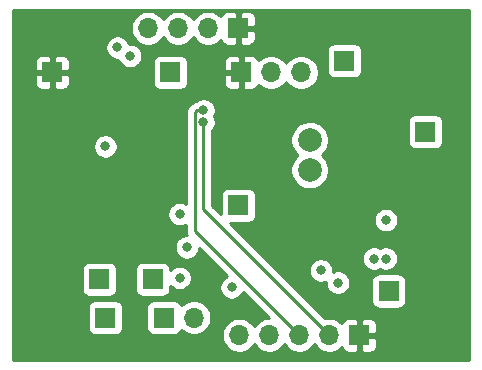
<source format=gbr>
G04 #@! TF.GenerationSoftware,KiCad,Pcbnew,(5.1.5)-3*
G04 #@! TF.CreationDate,2021-01-08T03:31:11-05:00*
G04 #@! TF.ProjectId,EPC611 LIDAR,45504336-3131-4204-9c49-4441522e6b69,rev?*
G04 #@! TF.SameCoordinates,Original*
G04 #@! TF.FileFunction,Copper,L3,Inr*
G04 #@! TF.FilePolarity,Positive*
%FSLAX46Y46*%
G04 Gerber Fmt 4.6, Leading zero omitted, Abs format (unit mm)*
G04 Created by KiCad (PCBNEW (5.1.5)-3) date 2021-01-08 03:31:11*
%MOMM*%
%LPD*%
G04 APERTURE LIST*
%ADD10R,1.700000X1.700000*%
%ADD11O,1.700000X1.700000*%
%ADD12C,2.000000*%
%ADD13C,0.800000*%
%ADD14C,0.250000*%
%ADD15C,0.254000*%
G04 APERTURE END LIST*
D10*
X103000000Y-98000000D03*
X131500000Y-116500000D03*
X127750000Y-97000000D03*
X107500000Y-118750000D03*
X134600000Y-103000000D03*
X118750000Y-109250000D03*
X113000000Y-98000000D03*
X111500000Y-115500000D03*
X107000000Y-115500000D03*
D11*
X115000000Y-118750000D03*
D10*
X112460000Y-118750000D03*
D11*
X124080000Y-98000000D03*
X121540000Y-98000000D03*
D10*
X119000000Y-98000000D03*
D11*
X118840000Y-120250000D03*
X121380000Y-120250000D03*
X123920000Y-120250000D03*
X126460000Y-120250000D03*
D10*
X129000000Y-120250000D03*
D11*
X111130000Y-94250000D03*
X113670000Y-94250000D03*
X116210000Y-94250000D03*
D10*
X118750000Y-94250000D03*
D12*
X124800000Y-106270000D03*
X124800000Y-103730000D03*
D13*
X101400000Y-117200000D03*
X123500000Y-113500000D03*
X129000000Y-111500000D03*
X110500000Y-99000000D03*
X109244999Y-115755001D03*
X135855001Y-108855001D03*
X131250000Y-110500000D03*
X107500000Y-104250000D03*
X109600000Y-96600000D03*
X118200000Y-116200000D03*
X131250000Y-113750000D03*
X113800000Y-110000000D03*
X108525001Y-95874999D03*
X130250000Y-113750000D03*
X115800000Y-101200000D03*
X115800000Y-102200000D03*
X127200000Y-115800000D03*
X114400000Y-112800000D03*
X125750000Y-114750000D03*
X113800000Y-115400000D03*
D14*
X123070001Y-119400001D02*
X123920000Y-120250000D01*
X115074999Y-111404999D02*
X123070001Y-119400001D01*
X115074999Y-101359316D02*
X115074999Y-111404999D01*
X115234315Y-101200000D02*
X115074999Y-101359316D01*
X115800000Y-101200000D02*
X115234315Y-101200000D01*
X115800000Y-109590000D02*
X115800000Y-102200000D01*
X126460000Y-120250000D02*
X115800000Y-109590000D01*
D15*
G36*
X138315000Y-122315000D02*
G01*
X99685000Y-122315000D01*
X99685000Y-117900000D01*
X106011928Y-117900000D01*
X106011928Y-119600000D01*
X106024188Y-119724482D01*
X106060498Y-119844180D01*
X106119463Y-119954494D01*
X106198815Y-120051185D01*
X106295506Y-120130537D01*
X106405820Y-120189502D01*
X106525518Y-120225812D01*
X106650000Y-120238072D01*
X108350000Y-120238072D01*
X108474482Y-120225812D01*
X108594180Y-120189502D01*
X108704494Y-120130537D01*
X108801185Y-120051185D01*
X108880537Y-119954494D01*
X108939502Y-119844180D01*
X108975812Y-119724482D01*
X108988072Y-119600000D01*
X108988072Y-117900000D01*
X110971928Y-117900000D01*
X110971928Y-119600000D01*
X110984188Y-119724482D01*
X111020498Y-119844180D01*
X111079463Y-119954494D01*
X111158815Y-120051185D01*
X111255506Y-120130537D01*
X111365820Y-120189502D01*
X111485518Y-120225812D01*
X111610000Y-120238072D01*
X113310000Y-120238072D01*
X113434482Y-120225812D01*
X113554180Y-120189502D01*
X113664494Y-120130537D01*
X113761185Y-120051185D01*
X113840537Y-119954494D01*
X113899502Y-119844180D01*
X113921513Y-119771620D01*
X114053368Y-119903475D01*
X114296589Y-120065990D01*
X114566842Y-120177932D01*
X114853740Y-120235000D01*
X115146260Y-120235000D01*
X115433158Y-120177932D01*
X115703411Y-120065990D01*
X115946632Y-119903475D01*
X116153475Y-119696632D01*
X116315990Y-119453411D01*
X116427932Y-119183158D01*
X116485000Y-118896260D01*
X116485000Y-118603740D01*
X116427932Y-118316842D01*
X116315990Y-118046589D01*
X116153475Y-117803368D01*
X115946632Y-117596525D01*
X115703411Y-117434010D01*
X115433158Y-117322068D01*
X115146260Y-117265000D01*
X114853740Y-117265000D01*
X114566842Y-117322068D01*
X114296589Y-117434010D01*
X114053368Y-117596525D01*
X113921513Y-117728380D01*
X113899502Y-117655820D01*
X113840537Y-117545506D01*
X113761185Y-117448815D01*
X113664494Y-117369463D01*
X113554180Y-117310498D01*
X113434482Y-117274188D01*
X113310000Y-117261928D01*
X111610000Y-117261928D01*
X111485518Y-117274188D01*
X111365820Y-117310498D01*
X111255506Y-117369463D01*
X111158815Y-117448815D01*
X111079463Y-117545506D01*
X111020498Y-117655820D01*
X110984188Y-117775518D01*
X110971928Y-117900000D01*
X108988072Y-117900000D01*
X108975812Y-117775518D01*
X108939502Y-117655820D01*
X108880537Y-117545506D01*
X108801185Y-117448815D01*
X108704494Y-117369463D01*
X108594180Y-117310498D01*
X108474482Y-117274188D01*
X108350000Y-117261928D01*
X106650000Y-117261928D01*
X106525518Y-117274188D01*
X106405820Y-117310498D01*
X106295506Y-117369463D01*
X106198815Y-117448815D01*
X106119463Y-117545506D01*
X106060498Y-117655820D01*
X106024188Y-117775518D01*
X106011928Y-117900000D01*
X99685000Y-117900000D01*
X99685000Y-114650000D01*
X105511928Y-114650000D01*
X105511928Y-116350000D01*
X105524188Y-116474482D01*
X105560498Y-116594180D01*
X105619463Y-116704494D01*
X105698815Y-116801185D01*
X105795506Y-116880537D01*
X105905820Y-116939502D01*
X106025518Y-116975812D01*
X106150000Y-116988072D01*
X107850000Y-116988072D01*
X107974482Y-116975812D01*
X108094180Y-116939502D01*
X108204494Y-116880537D01*
X108301185Y-116801185D01*
X108380537Y-116704494D01*
X108439502Y-116594180D01*
X108475812Y-116474482D01*
X108488072Y-116350000D01*
X108488072Y-114650000D01*
X110011928Y-114650000D01*
X110011928Y-116350000D01*
X110024188Y-116474482D01*
X110060498Y-116594180D01*
X110119463Y-116704494D01*
X110198815Y-116801185D01*
X110295506Y-116880537D01*
X110405820Y-116939502D01*
X110525518Y-116975812D01*
X110650000Y-116988072D01*
X112350000Y-116988072D01*
X112474482Y-116975812D01*
X112594180Y-116939502D01*
X112704494Y-116880537D01*
X112801185Y-116801185D01*
X112880537Y-116704494D01*
X112939502Y-116594180D01*
X112975812Y-116474482D01*
X112988072Y-116350000D01*
X112988072Y-116047815D01*
X112996063Y-116059774D01*
X113140226Y-116203937D01*
X113309744Y-116317205D01*
X113498102Y-116395226D01*
X113698061Y-116435000D01*
X113901939Y-116435000D01*
X114101898Y-116395226D01*
X114290256Y-116317205D01*
X114459774Y-116203937D01*
X114603937Y-116059774D01*
X114717205Y-115890256D01*
X114795226Y-115701898D01*
X114835000Y-115501939D01*
X114835000Y-115298061D01*
X114795226Y-115098102D01*
X114717205Y-114909744D01*
X114603937Y-114740226D01*
X114459774Y-114596063D01*
X114290256Y-114482795D01*
X114101898Y-114404774D01*
X113901939Y-114365000D01*
X113698061Y-114365000D01*
X113498102Y-114404774D01*
X113309744Y-114482795D01*
X113140226Y-114596063D01*
X112996063Y-114740226D01*
X112988072Y-114752185D01*
X112988072Y-114650000D01*
X112975812Y-114525518D01*
X112939502Y-114405820D01*
X112880537Y-114295506D01*
X112801185Y-114198815D01*
X112704494Y-114119463D01*
X112594180Y-114060498D01*
X112474482Y-114024188D01*
X112350000Y-114011928D01*
X110650000Y-114011928D01*
X110525518Y-114024188D01*
X110405820Y-114060498D01*
X110295506Y-114119463D01*
X110198815Y-114198815D01*
X110119463Y-114295506D01*
X110060498Y-114405820D01*
X110024188Y-114525518D01*
X110011928Y-114650000D01*
X108488072Y-114650000D01*
X108475812Y-114525518D01*
X108439502Y-114405820D01*
X108380537Y-114295506D01*
X108301185Y-114198815D01*
X108204494Y-114119463D01*
X108094180Y-114060498D01*
X107974482Y-114024188D01*
X107850000Y-114011928D01*
X106150000Y-114011928D01*
X106025518Y-114024188D01*
X105905820Y-114060498D01*
X105795506Y-114119463D01*
X105698815Y-114198815D01*
X105619463Y-114295506D01*
X105560498Y-114405820D01*
X105524188Y-114525518D01*
X105511928Y-114650000D01*
X99685000Y-114650000D01*
X99685000Y-109898061D01*
X112765000Y-109898061D01*
X112765000Y-110101939D01*
X112804774Y-110301898D01*
X112882795Y-110490256D01*
X112996063Y-110659774D01*
X113140226Y-110803937D01*
X113309744Y-110917205D01*
X113498102Y-110995226D01*
X113698061Y-111035000D01*
X113901939Y-111035000D01*
X114101898Y-110995226D01*
X114290256Y-110917205D01*
X114315000Y-110900672D01*
X114315000Y-111367667D01*
X114311323Y-111404999D01*
X114325997Y-111553984D01*
X114369453Y-111697245D01*
X114405669Y-111765000D01*
X114298061Y-111765000D01*
X114098102Y-111804774D01*
X113909744Y-111882795D01*
X113740226Y-111996063D01*
X113596063Y-112140226D01*
X113482795Y-112309744D01*
X113404774Y-112498102D01*
X113365000Y-112698061D01*
X113365000Y-112901939D01*
X113404774Y-113101898D01*
X113482795Y-113290256D01*
X113596063Y-113459774D01*
X113740226Y-113603937D01*
X113909744Y-113717205D01*
X114098102Y-113795226D01*
X114298061Y-113835000D01*
X114501939Y-113835000D01*
X114701898Y-113795226D01*
X114890256Y-113717205D01*
X115059774Y-113603937D01*
X115203937Y-113459774D01*
X115317205Y-113290256D01*
X115395226Y-113101898D01*
X115435000Y-112901939D01*
X115435000Y-112839801D01*
X117828714Y-115233516D01*
X117709744Y-115282795D01*
X117540226Y-115396063D01*
X117396063Y-115540226D01*
X117282795Y-115709744D01*
X117204774Y-115898102D01*
X117165000Y-116098061D01*
X117165000Y-116301939D01*
X117204774Y-116501898D01*
X117282795Y-116690256D01*
X117396063Y-116859774D01*
X117540226Y-117003937D01*
X117709744Y-117117205D01*
X117898102Y-117195226D01*
X118098061Y-117235000D01*
X118301939Y-117235000D01*
X118501898Y-117195226D01*
X118690256Y-117117205D01*
X118859774Y-117003937D01*
X119003937Y-116859774D01*
X119117205Y-116690256D01*
X119166484Y-116571286D01*
X121360198Y-118765000D01*
X121233740Y-118765000D01*
X120946842Y-118822068D01*
X120676589Y-118934010D01*
X120433368Y-119096525D01*
X120226525Y-119303368D01*
X120110000Y-119477760D01*
X119993475Y-119303368D01*
X119786632Y-119096525D01*
X119543411Y-118934010D01*
X119273158Y-118822068D01*
X118986260Y-118765000D01*
X118693740Y-118765000D01*
X118406842Y-118822068D01*
X118136589Y-118934010D01*
X117893368Y-119096525D01*
X117686525Y-119303368D01*
X117524010Y-119546589D01*
X117412068Y-119816842D01*
X117355000Y-120103740D01*
X117355000Y-120396260D01*
X117412068Y-120683158D01*
X117524010Y-120953411D01*
X117686525Y-121196632D01*
X117893368Y-121403475D01*
X118136589Y-121565990D01*
X118406842Y-121677932D01*
X118693740Y-121735000D01*
X118986260Y-121735000D01*
X119273158Y-121677932D01*
X119543411Y-121565990D01*
X119786632Y-121403475D01*
X119993475Y-121196632D01*
X120110000Y-121022240D01*
X120226525Y-121196632D01*
X120433368Y-121403475D01*
X120676589Y-121565990D01*
X120946842Y-121677932D01*
X121233740Y-121735000D01*
X121526260Y-121735000D01*
X121813158Y-121677932D01*
X122083411Y-121565990D01*
X122326632Y-121403475D01*
X122533475Y-121196632D01*
X122650000Y-121022240D01*
X122766525Y-121196632D01*
X122973368Y-121403475D01*
X123216589Y-121565990D01*
X123486842Y-121677932D01*
X123773740Y-121735000D01*
X124066260Y-121735000D01*
X124353158Y-121677932D01*
X124623411Y-121565990D01*
X124866632Y-121403475D01*
X125073475Y-121196632D01*
X125190000Y-121022240D01*
X125306525Y-121196632D01*
X125513368Y-121403475D01*
X125756589Y-121565990D01*
X126026842Y-121677932D01*
X126313740Y-121735000D01*
X126606260Y-121735000D01*
X126893158Y-121677932D01*
X127163411Y-121565990D01*
X127406632Y-121403475D01*
X127538487Y-121271620D01*
X127560498Y-121344180D01*
X127619463Y-121454494D01*
X127698815Y-121551185D01*
X127795506Y-121630537D01*
X127905820Y-121689502D01*
X128025518Y-121725812D01*
X128150000Y-121738072D01*
X128714250Y-121735000D01*
X128873000Y-121576250D01*
X128873000Y-120377000D01*
X129127000Y-120377000D01*
X129127000Y-121576250D01*
X129285750Y-121735000D01*
X129850000Y-121738072D01*
X129974482Y-121725812D01*
X130094180Y-121689502D01*
X130204494Y-121630537D01*
X130301185Y-121551185D01*
X130380537Y-121454494D01*
X130439502Y-121344180D01*
X130475812Y-121224482D01*
X130488072Y-121100000D01*
X130485000Y-120535750D01*
X130326250Y-120377000D01*
X129127000Y-120377000D01*
X128873000Y-120377000D01*
X128853000Y-120377000D01*
X128853000Y-120123000D01*
X128873000Y-120123000D01*
X128873000Y-118923750D01*
X129127000Y-118923750D01*
X129127000Y-120123000D01*
X130326250Y-120123000D01*
X130485000Y-119964250D01*
X130488072Y-119400000D01*
X130475812Y-119275518D01*
X130439502Y-119155820D01*
X130380537Y-119045506D01*
X130301185Y-118948815D01*
X130204494Y-118869463D01*
X130094180Y-118810498D01*
X129974482Y-118774188D01*
X129850000Y-118761928D01*
X129285750Y-118765000D01*
X129127000Y-118923750D01*
X128873000Y-118923750D01*
X128714250Y-118765000D01*
X128150000Y-118761928D01*
X128025518Y-118774188D01*
X127905820Y-118810498D01*
X127795506Y-118869463D01*
X127698815Y-118948815D01*
X127619463Y-119045506D01*
X127560498Y-119155820D01*
X127538487Y-119228380D01*
X127406632Y-119096525D01*
X127163411Y-118934010D01*
X126893158Y-118822068D01*
X126606260Y-118765000D01*
X126313740Y-118765000D01*
X126093592Y-118808790D01*
X121932863Y-114648061D01*
X124715000Y-114648061D01*
X124715000Y-114851939D01*
X124754774Y-115051898D01*
X124832795Y-115240256D01*
X124946063Y-115409774D01*
X125090226Y-115553937D01*
X125259744Y-115667205D01*
X125448102Y-115745226D01*
X125648061Y-115785000D01*
X125851939Y-115785000D01*
X126051898Y-115745226D01*
X126165000Y-115698377D01*
X126165000Y-115901939D01*
X126204774Y-116101898D01*
X126282795Y-116290256D01*
X126396063Y-116459774D01*
X126540226Y-116603937D01*
X126709744Y-116717205D01*
X126898102Y-116795226D01*
X127098061Y-116835000D01*
X127301939Y-116835000D01*
X127501898Y-116795226D01*
X127690256Y-116717205D01*
X127859774Y-116603937D01*
X128003937Y-116459774D01*
X128117205Y-116290256D01*
X128195226Y-116101898D01*
X128235000Y-115901939D01*
X128235000Y-115698061D01*
X128225441Y-115650000D01*
X130011928Y-115650000D01*
X130011928Y-117350000D01*
X130024188Y-117474482D01*
X130060498Y-117594180D01*
X130119463Y-117704494D01*
X130198815Y-117801185D01*
X130295506Y-117880537D01*
X130405820Y-117939502D01*
X130525518Y-117975812D01*
X130650000Y-117988072D01*
X132350000Y-117988072D01*
X132474482Y-117975812D01*
X132594180Y-117939502D01*
X132704494Y-117880537D01*
X132801185Y-117801185D01*
X132880537Y-117704494D01*
X132939502Y-117594180D01*
X132975812Y-117474482D01*
X132988072Y-117350000D01*
X132988072Y-115650000D01*
X132975812Y-115525518D01*
X132939502Y-115405820D01*
X132880537Y-115295506D01*
X132801185Y-115198815D01*
X132704494Y-115119463D01*
X132594180Y-115060498D01*
X132474482Y-115024188D01*
X132350000Y-115011928D01*
X130650000Y-115011928D01*
X130525518Y-115024188D01*
X130405820Y-115060498D01*
X130295506Y-115119463D01*
X130198815Y-115198815D01*
X130119463Y-115295506D01*
X130060498Y-115405820D01*
X130024188Y-115525518D01*
X130011928Y-115650000D01*
X128225441Y-115650000D01*
X128195226Y-115498102D01*
X128117205Y-115309744D01*
X128003937Y-115140226D01*
X127859774Y-114996063D01*
X127690256Y-114882795D01*
X127501898Y-114804774D01*
X127301939Y-114765000D01*
X127098061Y-114765000D01*
X126898102Y-114804774D01*
X126785000Y-114851623D01*
X126785000Y-114648061D01*
X126745226Y-114448102D01*
X126667205Y-114259744D01*
X126553937Y-114090226D01*
X126409774Y-113946063D01*
X126240256Y-113832795D01*
X126051898Y-113754774D01*
X125851939Y-113715000D01*
X125648061Y-113715000D01*
X125448102Y-113754774D01*
X125259744Y-113832795D01*
X125090226Y-113946063D01*
X124946063Y-114090226D01*
X124832795Y-114259744D01*
X124754774Y-114448102D01*
X124715000Y-114648061D01*
X121932863Y-114648061D01*
X120932863Y-113648061D01*
X129215000Y-113648061D01*
X129215000Y-113851939D01*
X129254774Y-114051898D01*
X129332795Y-114240256D01*
X129446063Y-114409774D01*
X129590226Y-114553937D01*
X129759744Y-114667205D01*
X129948102Y-114745226D01*
X130148061Y-114785000D01*
X130351939Y-114785000D01*
X130551898Y-114745226D01*
X130740256Y-114667205D01*
X130750000Y-114660694D01*
X130759744Y-114667205D01*
X130948102Y-114745226D01*
X131148061Y-114785000D01*
X131351939Y-114785000D01*
X131551898Y-114745226D01*
X131740256Y-114667205D01*
X131909774Y-114553937D01*
X132053937Y-114409774D01*
X132167205Y-114240256D01*
X132245226Y-114051898D01*
X132285000Y-113851939D01*
X132285000Y-113648061D01*
X132245226Y-113448102D01*
X132167205Y-113259744D01*
X132053937Y-113090226D01*
X131909774Y-112946063D01*
X131740256Y-112832795D01*
X131551898Y-112754774D01*
X131351939Y-112715000D01*
X131148061Y-112715000D01*
X130948102Y-112754774D01*
X130759744Y-112832795D01*
X130750000Y-112839306D01*
X130740256Y-112832795D01*
X130551898Y-112754774D01*
X130351939Y-112715000D01*
X130148061Y-112715000D01*
X129948102Y-112754774D01*
X129759744Y-112832795D01*
X129590226Y-112946063D01*
X129446063Y-113090226D01*
X129332795Y-113259744D01*
X129254774Y-113448102D01*
X129215000Y-113648061D01*
X120932863Y-113648061D01*
X118022873Y-110738072D01*
X119600000Y-110738072D01*
X119724482Y-110725812D01*
X119844180Y-110689502D01*
X119954494Y-110630537D01*
X120051185Y-110551185D01*
X120130537Y-110454494D01*
X120160701Y-110398061D01*
X130215000Y-110398061D01*
X130215000Y-110601939D01*
X130254774Y-110801898D01*
X130332795Y-110990256D01*
X130446063Y-111159774D01*
X130590226Y-111303937D01*
X130759744Y-111417205D01*
X130948102Y-111495226D01*
X131148061Y-111535000D01*
X131351939Y-111535000D01*
X131551898Y-111495226D01*
X131740256Y-111417205D01*
X131909774Y-111303937D01*
X132053937Y-111159774D01*
X132167205Y-110990256D01*
X132245226Y-110801898D01*
X132285000Y-110601939D01*
X132285000Y-110398061D01*
X132245226Y-110198102D01*
X132167205Y-110009744D01*
X132053937Y-109840226D01*
X131909774Y-109696063D01*
X131740256Y-109582795D01*
X131551898Y-109504774D01*
X131351939Y-109465000D01*
X131148061Y-109465000D01*
X130948102Y-109504774D01*
X130759744Y-109582795D01*
X130590226Y-109696063D01*
X130446063Y-109840226D01*
X130332795Y-110009744D01*
X130254774Y-110198102D01*
X130215000Y-110398061D01*
X120160701Y-110398061D01*
X120189502Y-110344180D01*
X120225812Y-110224482D01*
X120238072Y-110100000D01*
X120238072Y-108400000D01*
X120225812Y-108275518D01*
X120189502Y-108155820D01*
X120130537Y-108045506D01*
X120051185Y-107948815D01*
X119954494Y-107869463D01*
X119844180Y-107810498D01*
X119724482Y-107774188D01*
X119600000Y-107761928D01*
X117900000Y-107761928D01*
X117775518Y-107774188D01*
X117655820Y-107810498D01*
X117545506Y-107869463D01*
X117448815Y-107948815D01*
X117369463Y-108045506D01*
X117310498Y-108155820D01*
X117274188Y-108275518D01*
X117261928Y-108400000D01*
X117261928Y-109977127D01*
X116560000Y-109275199D01*
X116560000Y-103568967D01*
X123165000Y-103568967D01*
X123165000Y-103891033D01*
X123227832Y-104206912D01*
X123351082Y-104504463D01*
X123530013Y-104772252D01*
X123757748Y-104999987D01*
X123757767Y-105000000D01*
X123757748Y-105000013D01*
X123530013Y-105227748D01*
X123351082Y-105495537D01*
X123227832Y-105793088D01*
X123165000Y-106108967D01*
X123165000Y-106431033D01*
X123227832Y-106746912D01*
X123351082Y-107044463D01*
X123530013Y-107312252D01*
X123757748Y-107539987D01*
X124025537Y-107718918D01*
X124323088Y-107842168D01*
X124638967Y-107905000D01*
X124961033Y-107905000D01*
X125276912Y-107842168D01*
X125574463Y-107718918D01*
X125842252Y-107539987D01*
X126069987Y-107312252D01*
X126248918Y-107044463D01*
X126372168Y-106746912D01*
X126435000Y-106431033D01*
X126435000Y-106108967D01*
X126372168Y-105793088D01*
X126248918Y-105495537D01*
X126069987Y-105227748D01*
X125842252Y-105000013D01*
X125842233Y-105000000D01*
X125842252Y-104999987D01*
X126069987Y-104772252D01*
X126248918Y-104504463D01*
X126372168Y-104206912D01*
X126435000Y-103891033D01*
X126435000Y-103568967D01*
X126372168Y-103253088D01*
X126248918Y-102955537D01*
X126069987Y-102687748D01*
X125842252Y-102460013D01*
X125574463Y-102281082D01*
X125276912Y-102157832D01*
X125237538Y-102150000D01*
X133111928Y-102150000D01*
X133111928Y-103850000D01*
X133124188Y-103974482D01*
X133160498Y-104094180D01*
X133219463Y-104204494D01*
X133298815Y-104301185D01*
X133395506Y-104380537D01*
X133505820Y-104439502D01*
X133625518Y-104475812D01*
X133750000Y-104488072D01*
X135450000Y-104488072D01*
X135574482Y-104475812D01*
X135694180Y-104439502D01*
X135804494Y-104380537D01*
X135901185Y-104301185D01*
X135980537Y-104204494D01*
X136039502Y-104094180D01*
X136075812Y-103974482D01*
X136088072Y-103850000D01*
X136088072Y-102150000D01*
X136075812Y-102025518D01*
X136039502Y-101905820D01*
X135980537Y-101795506D01*
X135901185Y-101698815D01*
X135804494Y-101619463D01*
X135694180Y-101560498D01*
X135574482Y-101524188D01*
X135450000Y-101511928D01*
X133750000Y-101511928D01*
X133625518Y-101524188D01*
X133505820Y-101560498D01*
X133395506Y-101619463D01*
X133298815Y-101698815D01*
X133219463Y-101795506D01*
X133160498Y-101905820D01*
X133124188Y-102025518D01*
X133111928Y-102150000D01*
X125237538Y-102150000D01*
X124961033Y-102095000D01*
X124638967Y-102095000D01*
X124323088Y-102157832D01*
X124025537Y-102281082D01*
X123757748Y-102460013D01*
X123530013Y-102687748D01*
X123351082Y-102955537D01*
X123227832Y-103253088D01*
X123165000Y-103568967D01*
X116560000Y-103568967D01*
X116560000Y-102903711D01*
X116603937Y-102859774D01*
X116717205Y-102690256D01*
X116795226Y-102501898D01*
X116835000Y-102301939D01*
X116835000Y-102098061D01*
X116795226Y-101898102D01*
X116717205Y-101709744D01*
X116710694Y-101700000D01*
X116717205Y-101690256D01*
X116795226Y-101501898D01*
X116835000Y-101301939D01*
X116835000Y-101098061D01*
X116795226Y-100898102D01*
X116717205Y-100709744D01*
X116603937Y-100540226D01*
X116459774Y-100396063D01*
X116290256Y-100282795D01*
X116101898Y-100204774D01*
X115901939Y-100165000D01*
X115698061Y-100165000D01*
X115498102Y-100204774D01*
X115309744Y-100282795D01*
X115140226Y-100396063D01*
X115085276Y-100451013D01*
X114942068Y-100494454D01*
X114810039Y-100565026D01*
X114694314Y-100659999D01*
X114670511Y-100689003D01*
X114564002Y-100795512D01*
X114534998Y-100819315D01*
X114479870Y-100886490D01*
X114440025Y-100935040D01*
X114378035Y-101051014D01*
X114369453Y-101067070D01*
X114325996Y-101210331D01*
X114314999Y-101321984D01*
X114314999Y-101321994D01*
X114311323Y-101359316D01*
X114314999Y-101396638D01*
X114315000Y-109099328D01*
X114290256Y-109082795D01*
X114101898Y-109004774D01*
X113901939Y-108965000D01*
X113698061Y-108965000D01*
X113498102Y-109004774D01*
X113309744Y-109082795D01*
X113140226Y-109196063D01*
X112996063Y-109340226D01*
X112882795Y-109509744D01*
X112804774Y-109698102D01*
X112765000Y-109898061D01*
X99685000Y-109898061D01*
X99685000Y-104148061D01*
X106465000Y-104148061D01*
X106465000Y-104351939D01*
X106504774Y-104551898D01*
X106582795Y-104740256D01*
X106696063Y-104909774D01*
X106840226Y-105053937D01*
X107009744Y-105167205D01*
X107198102Y-105245226D01*
X107398061Y-105285000D01*
X107601939Y-105285000D01*
X107801898Y-105245226D01*
X107990256Y-105167205D01*
X108159774Y-105053937D01*
X108303937Y-104909774D01*
X108417205Y-104740256D01*
X108495226Y-104551898D01*
X108535000Y-104351939D01*
X108535000Y-104148061D01*
X108495226Y-103948102D01*
X108417205Y-103759744D01*
X108303937Y-103590226D01*
X108159774Y-103446063D01*
X107990256Y-103332795D01*
X107801898Y-103254774D01*
X107601939Y-103215000D01*
X107398061Y-103215000D01*
X107198102Y-103254774D01*
X107009744Y-103332795D01*
X106840226Y-103446063D01*
X106696063Y-103590226D01*
X106582795Y-103759744D01*
X106504774Y-103948102D01*
X106465000Y-104148061D01*
X99685000Y-104148061D01*
X99685000Y-98850000D01*
X101511928Y-98850000D01*
X101524188Y-98974482D01*
X101560498Y-99094180D01*
X101619463Y-99204494D01*
X101698815Y-99301185D01*
X101795506Y-99380537D01*
X101905820Y-99439502D01*
X102025518Y-99475812D01*
X102150000Y-99488072D01*
X102714250Y-99485000D01*
X102873000Y-99326250D01*
X102873000Y-98127000D01*
X103127000Y-98127000D01*
X103127000Y-99326250D01*
X103285750Y-99485000D01*
X103850000Y-99488072D01*
X103974482Y-99475812D01*
X104094180Y-99439502D01*
X104204494Y-99380537D01*
X104301185Y-99301185D01*
X104380537Y-99204494D01*
X104439502Y-99094180D01*
X104475812Y-98974482D01*
X104488072Y-98850000D01*
X104485000Y-98285750D01*
X104326250Y-98127000D01*
X103127000Y-98127000D01*
X102873000Y-98127000D01*
X101673750Y-98127000D01*
X101515000Y-98285750D01*
X101511928Y-98850000D01*
X99685000Y-98850000D01*
X99685000Y-97150000D01*
X101511928Y-97150000D01*
X101515000Y-97714250D01*
X101673750Y-97873000D01*
X102873000Y-97873000D01*
X102873000Y-96673750D01*
X103127000Y-96673750D01*
X103127000Y-97873000D01*
X104326250Y-97873000D01*
X104485000Y-97714250D01*
X104488072Y-97150000D01*
X104475812Y-97025518D01*
X104439502Y-96905820D01*
X104380537Y-96795506D01*
X104301185Y-96698815D01*
X104204494Y-96619463D01*
X104094180Y-96560498D01*
X103974482Y-96524188D01*
X103850000Y-96511928D01*
X103285750Y-96515000D01*
X103127000Y-96673750D01*
X102873000Y-96673750D01*
X102714250Y-96515000D01*
X102150000Y-96511928D01*
X102025518Y-96524188D01*
X101905820Y-96560498D01*
X101795506Y-96619463D01*
X101698815Y-96698815D01*
X101619463Y-96795506D01*
X101560498Y-96905820D01*
X101524188Y-97025518D01*
X101511928Y-97150000D01*
X99685000Y-97150000D01*
X99685000Y-95773060D01*
X107490001Y-95773060D01*
X107490001Y-95976938D01*
X107529775Y-96176897D01*
X107607796Y-96365255D01*
X107721064Y-96534773D01*
X107865227Y-96678936D01*
X108034745Y-96792204D01*
X108223103Y-96870225D01*
X108423062Y-96909999D01*
X108608130Y-96909999D01*
X108682795Y-97090256D01*
X108796063Y-97259774D01*
X108940226Y-97403937D01*
X109109744Y-97517205D01*
X109298102Y-97595226D01*
X109498061Y-97635000D01*
X109701939Y-97635000D01*
X109901898Y-97595226D01*
X110090256Y-97517205D01*
X110259774Y-97403937D01*
X110403937Y-97259774D01*
X110477285Y-97150000D01*
X111511928Y-97150000D01*
X111511928Y-98850000D01*
X111524188Y-98974482D01*
X111560498Y-99094180D01*
X111619463Y-99204494D01*
X111698815Y-99301185D01*
X111795506Y-99380537D01*
X111905820Y-99439502D01*
X112025518Y-99475812D01*
X112150000Y-99488072D01*
X113850000Y-99488072D01*
X113974482Y-99475812D01*
X114094180Y-99439502D01*
X114204494Y-99380537D01*
X114301185Y-99301185D01*
X114380537Y-99204494D01*
X114439502Y-99094180D01*
X114475812Y-98974482D01*
X114488072Y-98850000D01*
X117511928Y-98850000D01*
X117524188Y-98974482D01*
X117560498Y-99094180D01*
X117619463Y-99204494D01*
X117698815Y-99301185D01*
X117795506Y-99380537D01*
X117905820Y-99439502D01*
X118025518Y-99475812D01*
X118150000Y-99488072D01*
X118714250Y-99485000D01*
X118873000Y-99326250D01*
X118873000Y-98127000D01*
X117673750Y-98127000D01*
X117515000Y-98285750D01*
X117511928Y-98850000D01*
X114488072Y-98850000D01*
X114488072Y-97150000D01*
X117511928Y-97150000D01*
X117515000Y-97714250D01*
X117673750Y-97873000D01*
X118873000Y-97873000D01*
X118873000Y-96673750D01*
X119127000Y-96673750D01*
X119127000Y-97873000D01*
X119147000Y-97873000D01*
X119147000Y-98127000D01*
X119127000Y-98127000D01*
X119127000Y-99326250D01*
X119285750Y-99485000D01*
X119850000Y-99488072D01*
X119974482Y-99475812D01*
X120094180Y-99439502D01*
X120204494Y-99380537D01*
X120301185Y-99301185D01*
X120380537Y-99204494D01*
X120439502Y-99094180D01*
X120461513Y-99021620D01*
X120593368Y-99153475D01*
X120836589Y-99315990D01*
X121106842Y-99427932D01*
X121393740Y-99485000D01*
X121686260Y-99485000D01*
X121973158Y-99427932D01*
X122243411Y-99315990D01*
X122486632Y-99153475D01*
X122693475Y-98946632D01*
X122810000Y-98772240D01*
X122926525Y-98946632D01*
X123133368Y-99153475D01*
X123376589Y-99315990D01*
X123646842Y-99427932D01*
X123933740Y-99485000D01*
X124226260Y-99485000D01*
X124513158Y-99427932D01*
X124783411Y-99315990D01*
X125026632Y-99153475D01*
X125233475Y-98946632D01*
X125395990Y-98703411D01*
X125507932Y-98433158D01*
X125565000Y-98146260D01*
X125565000Y-97853740D01*
X125507932Y-97566842D01*
X125395990Y-97296589D01*
X125233475Y-97053368D01*
X125026632Y-96846525D01*
X124783411Y-96684010D01*
X124513158Y-96572068D01*
X124226260Y-96515000D01*
X123933740Y-96515000D01*
X123646842Y-96572068D01*
X123376589Y-96684010D01*
X123133368Y-96846525D01*
X122926525Y-97053368D01*
X122810000Y-97227760D01*
X122693475Y-97053368D01*
X122486632Y-96846525D01*
X122243411Y-96684010D01*
X121973158Y-96572068D01*
X121686260Y-96515000D01*
X121393740Y-96515000D01*
X121106842Y-96572068D01*
X120836589Y-96684010D01*
X120593368Y-96846525D01*
X120461513Y-96978380D01*
X120439502Y-96905820D01*
X120380537Y-96795506D01*
X120301185Y-96698815D01*
X120204494Y-96619463D01*
X120094180Y-96560498D01*
X119974482Y-96524188D01*
X119850000Y-96511928D01*
X119285750Y-96515000D01*
X119127000Y-96673750D01*
X118873000Y-96673750D01*
X118714250Y-96515000D01*
X118150000Y-96511928D01*
X118025518Y-96524188D01*
X117905820Y-96560498D01*
X117795506Y-96619463D01*
X117698815Y-96698815D01*
X117619463Y-96795506D01*
X117560498Y-96905820D01*
X117524188Y-97025518D01*
X117511928Y-97150000D01*
X114488072Y-97150000D01*
X114475812Y-97025518D01*
X114439502Y-96905820D01*
X114380537Y-96795506D01*
X114301185Y-96698815D01*
X114204494Y-96619463D01*
X114094180Y-96560498D01*
X113974482Y-96524188D01*
X113850000Y-96511928D01*
X112150000Y-96511928D01*
X112025518Y-96524188D01*
X111905820Y-96560498D01*
X111795506Y-96619463D01*
X111698815Y-96698815D01*
X111619463Y-96795506D01*
X111560498Y-96905820D01*
X111524188Y-97025518D01*
X111511928Y-97150000D01*
X110477285Y-97150000D01*
X110517205Y-97090256D01*
X110595226Y-96901898D01*
X110635000Y-96701939D01*
X110635000Y-96498061D01*
X110595226Y-96298102D01*
X110533880Y-96150000D01*
X126261928Y-96150000D01*
X126261928Y-97850000D01*
X126274188Y-97974482D01*
X126310498Y-98094180D01*
X126369463Y-98204494D01*
X126448815Y-98301185D01*
X126545506Y-98380537D01*
X126655820Y-98439502D01*
X126775518Y-98475812D01*
X126900000Y-98488072D01*
X128600000Y-98488072D01*
X128724482Y-98475812D01*
X128844180Y-98439502D01*
X128954494Y-98380537D01*
X129051185Y-98301185D01*
X129130537Y-98204494D01*
X129189502Y-98094180D01*
X129225812Y-97974482D01*
X129238072Y-97850000D01*
X129238072Y-96150000D01*
X129225812Y-96025518D01*
X129189502Y-95905820D01*
X129130537Y-95795506D01*
X129051185Y-95698815D01*
X128954494Y-95619463D01*
X128844180Y-95560498D01*
X128724482Y-95524188D01*
X128600000Y-95511928D01*
X126900000Y-95511928D01*
X126775518Y-95524188D01*
X126655820Y-95560498D01*
X126545506Y-95619463D01*
X126448815Y-95698815D01*
X126369463Y-95795506D01*
X126310498Y-95905820D01*
X126274188Y-96025518D01*
X126261928Y-96150000D01*
X110533880Y-96150000D01*
X110517205Y-96109744D01*
X110403937Y-95940226D01*
X110259774Y-95796063D01*
X110090256Y-95682795D01*
X109901898Y-95604774D01*
X109701939Y-95565000D01*
X109516871Y-95565000D01*
X109442206Y-95384743D01*
X109328938Y-95215225D01*
X109184775Y-95071062D01*
X109015257Y-94957794D01*
X108826899Y-94879773D01*
X108626940Y-94839999D01*
X108423062Y-94839999D01*
X108223103Y-94879773D01*
X108034745Y-94957794D01*
X107865227Y-95071062D01*
X107721064Y-95215225D01*
X107607796Y-95384743D01*
X107529775Y-95573101D01*
X107490001Y-95773060D01*
X99685000Y-95773060D01*
X99685000Y-94103740D01*
X109645000Y-94103740D01*
X109645000Y-94396260D01*
X109702068Y-94683158D01*
X109814010Y-94953411D01*
X109976525Y-95196632D01*
X110183368Y-95403475D01*
X110426589Y-95565990D01*
X110696842Y-95677932D01*
X110983740Y-95735000D01*
X111276260Y-95735000D01*
X111563158Y-95677932D01*
X111833411Y-95565990D01*
X112076632Y-95403475D01*
X112283475Y-95196632D01*
X112400000Y-95022240D01*
X112516525Y-95196632D01*
X112723368Y-95403475D01*
X112966589Y-95565990D01*
X113236842Y-95677932D01*
X113523740Y-95735000D01*
X113816260Y-95735000D01*
X114103158Y-95677932D01*
X114373411Y-95565990D01*
X114616632Y-95403475D01*
X114823475Y-95196632D01*
X114940000Y-95022240D01*
X115056525Y-95196632D01*
X115263368Y-95403475D01*
X115506589Y-95565990D01*
X115776842Y-95677932D01*
X116063740Y-95735000D01*
X116356260Y-95735000D01*
X116643158Y-95677932D01*
X116913411Y-95565990D01*
X117156632Y-95403475D01*
X117288487Y-95271620D01*
X117310498Y-95344180D01*
X117369463Y-95454494D01*
X117448815Y-95551185D01*
X117545506Y-95630537D01*
X117655820Y-95689502D01*
X117775518Y-95725812D01*
X117900000Y-95738072D01*
X118464250Y-95735000D01*
X118623000Y-95576250D01*
X118623000Y-94377000D01*
X118877000Y-94377000D01*
X118877000Y-95576250D01*
X119035750Y-95735000D01*
X119600000Y-95738072D01*
X119724482Y-95725812D01*
X119844180Y-95689502D01*
X119954494Y-95630537D01*
X120051185Y-95551185D01*
X120130537Y-95454494D01*
X120189502Y-95344180D01*
X120225812Y-95224482D01*
X120238072Y-95100000D01*
X120235000Y-94535750D01*
X120076250Y-94377000D01*
X118877000Y-94377000D01*
X118623000Y-94377000D01*
X118603000Y-94377000D01*
X118603000Y-94123000D01*
X118623000Y-94123000D01*
X118623000Y-92923750D01*
X118877000Y-92923750D01*
X118877000Y-94123000D01*
X120076250Y-94123000D01*
X120235000Y-93964250D01*
X120238072Y-93400000D01*
X120225812Y-93275518D01*
X120189502Y-93155820D01*
X120130537Y-93045506D01*
X120051185Y-92948815D01*
X119954494Y-92869463D01*
X119844180Y-92810498D01*
X119724482Y-92774188D01*
X119600000Y-92761928D01*
X119035750Y-92765000D01*
X118877000Y-92923750D01*
X118623000Y-92923750D01*
X118464250Y-92765000D01*
X117900000Y-92761928D01*
X117775518Y-92774188D01*
X117655820Y-92810498D01*
X117545506Y-92869463D01*
X117448815Y-92948815D01*
X117369463Y-93045506D01*
X117310498Y-93155820D01*
X117288487Y-93228380D01*
X117156632Y-93096525D01*
X116913411Y-92934010D01*
X116643158Y-92822068D01*
X116356260Y-92765000D01*
X116063740Y-92765000D01*
X115776842Y-92822068D01*
X115506589Y-92934010D01*
X115263368Y-93096525D01*
X115056525Y-93303368D01*
X114940000Y-93477760D01*
X114823475Y-93303368D01*
X114616632Y-93096525D01*
X114373411Y-92934010D01*
X114103158Y-92822068D01*
X113816260Y-92765000D01*
X113523740Y-92765000D01*
X113236842Y-92822068D01*
X112966589Y-92934010D01*
X112723368Y-93096525D01*
X112516525Y-93303368D01*
X112400000Y-93477760D01*
X112283475Y-93303368D01*
X112076632Y-93096525D01*
X111833411Y-92934010D01*
X111563158Y-92822068D01*
X111276260Y-92765000D01*
X110983740Y-92765000D01*
X110696842Y-92822068D01*
X110426589Y-92934010D01*
X110183368Y-93096525D01*
X109976525Y-93303368D01*
X109814010Y-93546589D01*
X109702068Y-93816842D01*
X109645000Y-94103740D01*
X99685000Y-94103740D01*
X99685000Y-92685000D01*
X138315001Y-92685000D01*
X138315000Y-122315000D01*
G37*
X138315000Y-122315000D02*
X99685000Y-122315000D01*
X99685000Y-117900000D01*
X106011928Y-117900000D01*
X106011928Y-119600000D01*
X106024188Y-119724482D01*
X106060498Y-119844180D01*
X106119463Y-119954494D01*
X106198815Y-120051185D01*
X106295506Y-120130537D01*
X106405820Y-120189502D01*
X106525518Y-120225812D01*
X106650000Y-120238072D01*
X108350000Y-120238072D01*
X108474482Y-120225812D01*
X108594180Y-120189502D01*
X108704494Y-120130537D01*
X108801185Y-120051185D01*
X108880537Y-119954494D01*
X108939502Y-119844180D01*
X108975812Y-119724482D01*
X108988072Y-119600000D01*
X108988072Y-117900000D01*
X110971928Y-117900000D01*
X110971928Y-119600000D01*
X110984188Y-119724482D01*
X111020498Y-119844180D01*
X111079463Y-119954494D01*
X111158815Y-120051185D01*
X111255506Y-120130537D01*
X111365820Y-120189502D01*
X111485518Y-120225812D01*
X111610000Y-120238072D01*
X113310000Y-120238072D01*
X113434482Y-120225812D01*
X113554180Y-120189502D01*
X113664494Y-120130537D01*
X113761185Y-120051185D01*
X113840537Y-119954494D01*
X113899502Y-119844180D01*
X113921513Y-119771620D01*
X114053368Y-119903475D01*
X114296589Y-120065990D01*
X114566842Y-120177932D01*
X114853740Y-120235000D01*
X115146260Y-120235000D01*
X115433158Y-120177932D01*
X115703411Y-120065990D01*
X115946632Y-119903475D01*
X116153475Y-119696632D01*
X116315990Y-119453411D01*
X116427932Y-119183158D01*
X116485000Y-118896260D01*
X116485000Y-118603740D01*
X116427932Y-118316842D01*
X116315990Y-118046589D01*
X116153475Y-117803368D01*
X115946632Y-117596525D01*
X115703411Y-117434010D01*
X115433158Y-117322068D01*
X115146260Y-117265000D01*
X114853740Y-117265000D01*
X114566842Y-117322068D01*
X114296589Y-117434010D01*
X114053368Y-117596525D01*
X113921513Y-117728380D01*
X113899502Y-117655820D01*
X113840537Y-117545506D01*
X113761185Y-117448815D01*
X113664494Y-117369463D01*
X113554180Y-117310498D01*
X113434482Y-117274188D01*
X113310000Y-117261928D01*
X111610000Y-117261928D01*
X111485518Y-117274188D01*
X111365820Y-117310498D01*
X111255506Y-117369463D01*
X111158815Y-117448815D01*
X111079463Y-117545506D01*
X111020498Y-117655820D01*
X110984188Y-117775518D01*
X110971928Y-117900000D01*
X108988072Y-117900000D01*
X108975812Y-117775518D01*
X108939502Y-117655820D01*
X108880537Y-117545506D01*
X108801185Y-117448815D01*
X108704494Y-117369463D01*
X108594180Y-117310498D01*
X108474482Y-117274188D01*
X108350000Y-117261928D01*
X106650000Y-117261928D01*
X106525518Y-117274188D01*
X106405820Y-117310498D01*
X106295506Y-117369463D01*
X106198815Y-117448815D01*
X106119463Y-117545506D01*
X106060498Y-117655820D01*
X106024188Y-117775518D01*
X106011928Y-117900000D01*
X99685000Y-117900000D01*
X99685000Y-114650000D01*
X105511928Y-114650000D01*
X105511928Y-116350000D01*
X105524188Y-116474482D01*
X105560498Y-116594180D01*
X105619463Y-116704494D01*
X105698815Y-116801185D01*
X105795506Y-116880537D01*
X105905820Y-116939502D01*
X106025518Y-116975812D01*
X106150000Y-116988072D01*
X107850000Y-116988072D01*
X107974482Y-116975812D01*
X108094180Y-116939502D01*
X108204494Y-116880537D01*
X108301185Y-116801185D01*
X108380537Y-116704494D01*
X108439502Y-116594180D01*
X108475812Y-116474482D01*
X108488072Y-116350000D01*
X108488072Y-114650000D01*
X110011928Y-114650000D01*
X110011928Y-116350000D01*
X110024188Y-116474482D01*
X110060498Y-116594180D01*
X110119463Y-116704494D01*
X110198815Y-116801185D01*
X110295506Y-116880537D01*
X110405820Y-116939502D01*
X110525518Y-116975812D01*
X110650000Y-116988072D01*
X112350000Y-116988072D01*
X112474482Y-116975812D01*
X112594180Y-116939502D01*
X112704494Y-116880537D01*
X112801185Y-116801185D01*
X112880537Y-116704494D01*
X112939502Y-116594180D01*
X112975812Y-116474482D01*
X112988072Y-116350000D01*
X112988072Y-116047815D01*
X112996063Y-116059774D01*
X113140226Y-116203937D01*
X113309744Y-116317205D01*
X113498102Y-116395226D01*
X113698061Y-116435000D01*
X113901939Y-116435000D01*
X114101898Y-116395226D01*
X114290256Y-116317205D01*
X114459774Y-116203937D01*
X114603937Y-116059774D01*
X114717205Y-115890256D01*
X114795226Y-115701898D01*
X114835000Y-115501939D01*
X114835000Y-115298061D01*
X114795226Y-115098102D01*
X114717205Y-114909744D01*
X114603937Y-114740226D01*
X114459774Y-114596063D01*
X114290256Y-114482795D01*
X114101898Y-114404774D01*
X113901939Y-114365000D01*
X113698061Y-114365000D01*
X113498102Y-114404774D01*
X113309744Y-114482795D01*
X113140226Y-114596063D01*
X112996063Y-114740226D01*
X112988072Y-114752185D01*
X112988072Y-114650000D01*
X112975812Y-114525518D01*
X112939502Y-114405820D01*
X112880537Y-114295506D01*
X112801185Y-114198815D01*
X112704494Y-114119463D01*
X112594180Y-114060498D01*
X112474482Y-114024188D01*
X112350000Y-114011928D01*
X110650000Y-114011928D01*
X110525518Y-114024188D01*
X110405820Y-114060498D01*
X110295506Y-114119463D01*
X110198815Y-114198815D01*
X110119463Y-114295506D01*
X110060498Y-114405820D01*
X110024188Y-114525518D01*
X110011928Y-114650000D01*
X108488072Y-114650000D01*
X108475812Y-114525518D01*
X108439502Y-114405820D01*
X108380537Y-114295506D01*
X108301185Y-114198815D01*
X108204494Y-114119463D01*
X108094180Y-114060498D01*
X107974482Y-114024188D01*
X107850000Y-114011928D01*
X106150000Y-114011928D01*
X106025518Y-114024188D01*
X105905820Y-114060498D01*
X105795506Y-114119463D01*
X105698815Y-114198815D01*
X105619463Y-114295506D01*
X105560498Y-114405820D01*
X105524188Y-114525518D01*
X105511928Y-114650000D01*
X99685000Y-114650000D01*
X99685000Y-109898061D01*
X112765000Y-109898061D01*
X112765000Y-110101939D01*
X112804774Y-110301898D01*
X112882795Y-110490256D01*
X112996063Y-110659774D01*
X113140226Y-110803937D01*
X113309744Y-110917205D01*
X113498102Y-110995226D01*
X113698061Y-111035000D01*
X113901939Y-111035000D01*
X114101898Y-110995226D01*
X114290256Y-110917205D01*
X114315000Y-110900672D01*
X114315000Y-111367667D01*
X114311323Y-111404999D01*
X114325997Y-111553984D01*
X114369453Y-111697245D01*
X114405669Y-111765000D01*
X114298061Y-111765000D01*
X114098102Y-111804774D01*
X113909744Y-111882795D01*
X113740226Y-111996063D01*
X113596063Y-112140226D01*
X113482795Y-112309744D01*
X113404774Y-112498102D01*
X113365000Y-112698061D01*
X113365000Y-112901939D01*
X113404774Y-113101898D01*
X113482795Y-113290256D01*
X113596063Y-113459774D01*
X113740226Y-113603937D01*
X113909744Y-113717205D01*
X114098102Y-113795226D01*
X114298061Y-113835000D01*
X114501939Y-113835000D01*
X114701898Y-113795226D01*
X114890256Y-113717205D01*
X115059774Y-113603937D01*
X115203937Y-113459774D01*
X115317205Y-113290256D01*
X115395226Y-113101898D01*
X115435000Y-112901939D01*
X115435000Y-112839801D01*
X117828714Y-115233516D01*
X117709744Y-115282795D01*
X117540226Y-115396063D01*
X117396063Y-115540226D01*
X117282795Y-115709744D01*
X117204774Y-115898102D01*
X117165000Y-116098061D01*
X117165000Y-116301939D01*
X117204774Y-116501898D01*
X117282795Y-116690256D01*
X117396063Y-116859774D01*
X117540226Y-117003937D01*
X117709744Y-117117205D01*
X117898102Y-117195226D01*
X118098061Y-117235000D01*
X118301939Y-117235000D01*
X118501898Y-117195226D01*
X118690256Y-117117205D01*
X118859774Y-117003937D01*
X119003937Y-116859774D01*
X119117205Y-116690256D01*
X119166484Y-116571286D01*
X121360198Y-118765000D01*
X121233740Y-118765000D01*
X120946842Y-118822068D01*
X120676589Y-118934010D01*
X120433368Y-119096525D01*
X120226525Y-119303368D01*
X120110000Y-119477760D01*
X119993475Y-119303368D01*
X119786632Y-119096525D01*
X119543411Y-118934010D01*
X119273158Y-118822068D01*
X118986260Y-118765000D01*
X118693740Y-118765000D01*
X118406842Y-118822068D01*
X118136589Y-118934010D01*
X117893368Y-119096525D01*
X117686525Y-119303368D01*
X117524010Y-119546589D01*
X117412068Y-119816842D01*
X117355000Y-120103740D01*
X117355000Y-120396260D01*
X117412068Y-120683158D01*
X117524010Y-120953411D01*
X117686525Y-121196632D01*
X117893368Y-121403475D01*
X118136589Y-121565990D01*
X118406842Y-121677932D01*
X118693740Y-121735000D01*
X118986260Y-121735000D01*
X119273158Y-121677932D01*
X119543411Y-121565990D01*
X119786632Y-121403475D01*
X119993475Y-121196632D01*
X120110000Y-121022240D01*
X120226525Y-121196632D01*
X120433368Y-121403475D01*
X120676589Y-121565990D01*
X120946842Y-121677932D01*
X121233740Y-121735000D01*
X121526260Y-121735000D01*
X121813158Y-121677932D01*
X122083411Y-121565990D01*
X122326632Y-121403475D01*
X122533475Y-121196632D01*
X122650000Y-121022240D01*
X122766525Y-121196632D01*
X122973368Y-121403475D01*
X123216589Y-121565990D01*
X123486842Y-121677932D01*
X123773740Y-121735000D01*
X124066260Y-121735000D01*
X124353158Y-121677932D01*
X124623411Y-121565990D01*
X124866632Y-121403475D01*
X125073475Y-121196632D01*
X125190000Y-121022240D01*
X125306525Y-121196632D01*
X125513368Y-121403475D01*
X125756589Y-121565990D01*
X126026842Y-121677932D01*
X126313740Y-121735000D01*
X126606260Y-121735000D01*
X126893158Y-121677932D01*
X127163411Y-121565990D01*
X127406632Y-121403475D01*
X127538487Y-121271620D01*
X127560498Y-121344180D01*
X127619463Y-121454494D01*
X127698815Y-121551185D01*
X127795506Y-121630537D01*
X127905820Y-121689502D01*
X128025518Y-121725812D01*
X128150000Y-121738072D01*
X128714250Y-121735000D01*
X128873000Y-121576250D01*
X128873000Y-120377000D01*
X129127000Y-120377000D01*
X129127000Y-121576250D01*
X129285750Y-121735000D01*
X129850000Y-121738072D01*
X129974482Y-121725812D01*
X130094180Y-121689502D01*
X130204494Y-121630537D01*
X130301185Y-121551185D01*
X130380537Y-121454494D01*
X130439502Y-121344180D01*
X130475812Y-121224482D01*
X130488072Y-121100000D01*
X130485000Y-120535750D01*
X130326250Y-120377000D01*
X129127000Y-120377000D01*
X128873000Y-120377000D01*
X128853000Y-120377000D01*
X128853000Y-120123000D01*
X128873000Y-120123000D01*
X128873000Y-118923750D01*
X129127000Y-118923750D01*
X129127000Y-120123000D01*
X130326250Y-120123000D01*
X130485000Y-119964250D01*
X130488072Y-119400000D01*
X130475812Y-119275518D01*
X130439502Y-119155820D01*
X130380537Y-119045506D01*
X130301185Y-118948815D01*
X130204494Y-118869463D01*
X130094180Y-118810498D01*
X129974482Y-118774188D01*
X129850000Y-118761928D01*
X129285750Y-118765000D01*
X129127000Y-118923750D01*
X128873000Y-118923750D01*
X128714250Y-118765000D01*
X128150000Y-118761928D01*
X128025518Y-118774188D01*
X127905820Y-118810498D01*
X127795506Y-118869463D01*
X127698815Y-118948815D01*
X127619463Y-119045506D01*
X127560498Y-119155820D01*
X127538487Y-119228380D01*
X127406632Y-119096525D01*
X127163411Y-118934010D01*
X126893158Y-118822068D01*
X126606260Y-118765000D01*
X126313740Y-118765000D01*
X126093592Y-118808790D01*
X121932863Y-114648061D01*
X124715000Y-114648061D01*
X124715000Y-114851939D01*
X124754774Y-115051898D01*
X124832795Y-115240256D01*
X124946063Y-115409774D01*
X125090226Y-115553937D01*
X125259744Y-115667205D01*
X125448102Y-115745226D01*
X125648061Y-115785000D01*
X125851939Y-115785000D01*
X126051898Y-115745226D01*
X126165000Y-115698377D01*
X126165000Y-115901939D01*
X126204774Y-116101898D01*
X126282795Y-116290256D01*
X126396063Y-116459774D01*
X126540226Y-116603937D01*
X126709744Y-116717205D01*
X126898102Y-116795226D01*
X127098061Y-116835000D01*
X127301939Y-116835000D01*
X127501898Y-116795226D01*
X127690256Y-116717205D01*
X127859774Y-116603937D01*
X128003937Y-116459774D01*
X128117205Y-116290256D01*
X128195226Y-116101898D01*
X128235000Y-115901939D01*
X128235000Y-115698061D01*
X128225441Y-115650000D01*
X130011928Y-115650000D01*
X130011928Y-117350000D01*
X130024188Y-117474482D01*
X130060498Y-117594180D01*
X130119463Y-117704494D01*
X130198815Y-117801185D01*
X130295506Y-117880537D01*
X130405820Y-117939502D01*
X130525518Y-117975812D01*
X130650000Y-117988072D01*
X132350000Y-117988072D01*
X132474482Y-117975812D01*
X132594180Y-117939502D01*
X132704494Y-117880537D01*
X132801185Y-117801185D01*
X132880537Y-117704494D01*
X132939502Y-117594180D01*
X132975812Y-117474482D01*
X132988072Y-117350000D01*
X132988072Y-115650000D01*
X132975812Y-115525518D01*
X132939502Y-115405820D01*
X132880537Y-115295506D01*
X132801185Y-115198815D01*
X132704494Y-115119463D01*
X132594180Y-115060498D01*
X132474482Y-115024188D01*
X132350000Y-115011928D01*
X130650000Y-115011928D01*
X130525518Y-115024188D01*
X130405820Y-115060498D01*
X130295506Y-115119463D01*
X130198815Y-115198815D01*
X130119463Y-115295506D01*
X130060498Y-115405820D01*
X130024188Y-115525518D01*
X130011928Y-115650000D01*
X128225441Y-115650000D01*
X128195226Y-115498102D01*
X128117205Y-115309744D01*
X128003937Y-115140226D01*
X127859774Y-114996063D01*
X127690256Y-114882795D01*
X127501898Y-114804774D01*
X127301939Y-114765000D01*
X127098061Y-114765000D01*
X126898102Y-114804774D01*
X126785000Y-114851623D01*
X126785000Y-114648061D01*
X126745226Y-114448102D01*
X126667205Y-114259744D01*
X126553937Y-114090226D01*
X126409774Y-113946063D01*
X126240256Y-113832795D01*
X126051898Y-113754774D01*
X125851939Y-113715000D01*
X125648061Y-113715000D01*
X125448102Y-113754774D01*
X125259744Y-113832795D01*
X125090226Y-113946063D01*
X124946063Y-114090226D01*
X124832795Y-114259744D01*
X124754774Y-114448102D01*
X124715000Y-114648061D01*
X121932863Y-114648061D01*
X120932863Y-113648061D01*
X129215000Y-113648061D01*
X129215000Y-113851939D01*
X129254774Y-114051898D01*
X129332795Y-114240256D01*
X129446063Y-114409774D01*
X129590226Y-114553937D01*
X129759744Y-114667205D01*
X129948102Y-114745226D01*
X130148061Y-114785000D01*
X130351939Y-114785000D01*
X130551898Y-114745226D01*
X130740256Y-114667205D01*
X130750000Y-114660694D01*
X130759744Y-114667205D01*
X130948102Y-114745226D01*
X131148061Y-114785000D01*
X131351939Y-114785000D01*
X131551898Y-114745226D01*
X131740256Y-114667205D01*
X131909774Y-114553937D01*
X132053937Y-114409774D01*
X132167205Y-114240256D01*
X132245226Y-114051898D01*
X132285000Y-113851939D01*
X132285000Y-113648061D01*
X132245226Y-113448102D01*
X132167205Y-113259744D01*
X132053937Y-113090226D01*
X131909774Y-112946063D01*
X131740256Y-112832795D01*
X131551898Y-112754774D01*
X131351939Y-112715000D01*
X131148061Y-112715000D01*
X130948102Y-112754774D01*
X130759744Y-112832795D01*
X130750000Y-112839306D01*
X130740256Y-112832795D01*
X130551898Y-112754774D01*
X130351939Y-112715000D01*
X130148061Y-112715000D01*
X129948102Y-112754774D01*
X129759744Y-112832795D01*
X129590226Y-112946063D01*
X129446063Y-113090226D01*
X129332795Y-113259744D01*
X129254774Y-113448102D01*
X129215000Y-113648061D01*
X120932863Y-113648061D01*
X118022873Y-110738072D01*
X119600000Y-110738072D01*
X119724482Y-110725812D01*
X119844180Y-110689502D01*
X119954494Y-110630537D01*
X120051185Y-110551185D01*
X120130537Y-110454494D01*
X120160701Y-110398061D01*
X130215000Y-110398061D01*
X130215000Y-110601939D01*
X130254774Y-110801898D01*
X130332795Y-110990256D01*
X130446063Y-111159774D01*
X130590226Y-111303937D01*
X130759744Y-111417205D01*
X130948102Y-111495226D01*
X131148061Y-111535000D01*
X131351939Y-111535000D01*
X131551898Y-111495226D01*
X131740256Y-111417205D01*
X131909774Y-111303937D01*
X132053937Y-111159774D01*
X132167205Y-110990256D01*
X132245226Y-110801898D01*
X132285000Y-110601939D01*
X132285000Y-110398061D01*
X132245226Y-110198102D01*
X132167205Y-110009744D01*
X132053937Y-109840226D01*
X131909774Y-109696063D01*
X131740256Y-109582795D01*
X131551898Y-109504774D01*
X131351939Y-109465000D01*
X131148061Y-109465000D01*
X130948102Y-109504774D01*
X130759744Y-109582795D01*
X130590226Y-109696063D01*
X130446063Y-109840226D01*
X130332795Y-110009744D01*
X130254774Y-110198102D01*
X130215000Y-110398061D01*
X120160701Y-110398061D01*
X120189502Y-110344180D01*
X120225812Y-110224482D01*
X120238072Y-110100000D01*
X120238072Y-108400000D01*
X120225812Y-108275518D01*
X120189502Y-108155820D01*
X120130537Y-108045506D01*
X120051185Y-107948815D01*
X119954494Y-107869463D01*
X119844180Y-107810498D01*
X119724482Y-107774188D01*
X119600000Y-107761928D01*
X117900000Y-107761928D01*
X117775518Y-107774188D01*
X117655820Y-107810498D01*
X117545506Y-107869463D01*
X117448815Y-107948815D01*
X117369463Y-108045506D01*
X117310498Y-108155820D01*
X117274188Y-108275518D01*
X117261928Y-108400000D01*
X117261928Y-109977127D01*
X116560000Y-109275199D01*
X116560000Y-103568967D01*
X123165000Y-103568967D01*
X123165000Y-103891033D01*
X123227832Y-104206912D01*
X123351082Y-104504463D01*
X123530013Y-104772252D01*
X123757748Y-104999987D01*
X123757767Y-105000000D01*
X123757748Y-105000013D01*
X123530013Y-105227748D01*
X123351082Y-105495537D01*
X123227832Y-105793088D01*
X123165000Y-106108967D01*
X123165000Y-106431033D01*
X123227832Y-106746912D01*
X123351082Y-107044463D01*
X123530013Y-107312252D01*
X123757748Y-107539987D01*
X124025537Y-107718918D01*
X124323088Y-107842168D01*
X124638967Y-107905000D01*
X124961033Y-107905000D01*
X125276912Y-107842168D01*
X125574463Y-107718918D01*
X125842252Y-107539987D01*
X126069987Y-107312252D01*
X126248918Y-107044463D01*
X126372168Y-106746912D01*
X126435000Y-106431033D01*
X126435000Y-106108967D01*
X126372168Y-105793088D01*
X126248918Y-105495537D01*
X126069987Y-105227748D01*
X125842252Y-105000013D01*
X125842233Y-105000000D01*
X125842252Y-104999987D01*
X126069987Y-104772252D01*
X126248918Y-104504463D01*
X126372168Y-104206912D01*
X126435000Y-103891033D01*
X126435000Y-103568967D01*
X126372168Y-103253088D01*
X126248918Y-102955537D01*
X126069987Y-102687748D01*
X125842252Y-102460013D01*
X125574463Y-102281082D01*
X125276912Y-102157832D01*
X125237538Y-102150000D01*
X133111928Y-102150000D01*
X133111928Y-103850000D01*
X133124188Y-103974482D01*
X133160498Y-104094180D01*
X133219463Y-104204494D01*
X133298815Y-104301185D01*
X133395506Y-104380537D01*
X133505820Y-104439502D01*
X133625518Y-104475812D01*
X133750000Y-104488072D01*
X135450000Y-104488072D01*
X135574482Y-104475812D01*
X135694180Y-104439502D01*
X135804494Y-104380537D01*
X135901185Y-104301185D01*
X135980537Y-104204494D01*
X136039502Y-104094180D01*
X136075812Y-103974482D01*
X136088072Y-103850000D01*
X136088072Y-102150000D01*
X136075812Y-102025518D01*
X136039502Y-101905820D01*
X135980537Y-101795506D01*
X135901185Y-101698815D01*
X135804494Y-101619463D01*
X135694180Y-101560498D01*
X135574482Y-101524188D01*
X135450000Y-101511928D01*
X133750000Y-101511928D01*
X133625518Y-101524188D01*
X133505820Y-101560498D01*
X133395506Y-101619463D01*
X133298815Y-101698815D01*
X133219463Y-101795506D01*
X133160498Y-101905820D01*
X133124188Y-102025518D01*
X133111928Y-102150000D01*
X125237538Y-102150000D01*
X124961033Y-102095000D01*
X124638967Y-102095000D01*
X124323088Y-102157832D01*
X124025537Y-102281082D01*
X123757748Y-102460013D01*
X123530013Y-102687748D01*
X123351082Y-102955537D01*
X123227832Y-103253088D01*
X123165000Y-103568967D01*
X116560000Y-103568967D01*
X116560000Y-102903711D01*
X116603937Y-102859774D01*
X116717205Y-102690256D01*
X116795226Y-102501898D01*
X116835000Y-102301939D01*
X116835000Y-102098061D01*
X116795226Y-101898102D01*
X116717205Y-101709744D01*
X116710694Y-101700000D01*
X116717205Y-101690256D01*
X116795226Y-101501898D01*
X116835000Y-101301939D01*
X116835000Y-101098061D01*
X116795226Y-100898102D01*
X116717205Y-100709744D01*
X116603937Y-100540226D01*
X116459774Y-100396063D01*
X116290256Y-100282795D01*
X116101898Y-100204774D01*
X115901939Y-100165000D01*
X115698061Y-100165000D01*
X115498102Y-100204774D01*
X115309744Y-100282795D01*
X115140226Y-100396063D01*
X115085276Y-100451013D01*
X114942068Y-100494454D01*
X114810039Y-100565026D01*
X114694314Y-100659999D01*
X114670511Y-100689003D01*
X114564002Y-100795512D01*
X114534998Y-100819315D01*
X114479870Y-100886490D01*
X114440025Y-100935040D01*
X114378035Y-101051014D01*
X114369453Y-101067070D01*
X114325996Y-101210331D01*
X114314999Y-101321984D01*
X114314999Y-101321994D01*
X114311323Y-101359316D01*
X114314999Y-101396638D01*
X114315000Y-109099328D01*
X114290256Y-109082795D01*
X114101898Y-109004774D01*
X113901939Y-108965000D01*
X113698061Y-108965000D01*
X113498102Y-109004774D01*
X113309744Y-109082795D01*
X113140226Y-109196063D01*
X112996063Y-109340226D01*
X112882795Y-109509744D01*
X112804774Y-109698102D01*
X112765000Y-109898061D01*
X99685000Y-109898061D01*
X99685000Y-104148061D01*
X106465000Y-104148061D01*
X106465000Y-104351939D01*
X106504774Y-104551898D01*
X106582795Y-104740256D01*
X106696063Y-104909774D01*
X106840226Y-105053937D01*
X107009744Y-105167205D01*
X107198102Y-105245226D01*
X107398061Y-105285000D01*
X107601939Y-105285000D01*
X107801898Y-105245226D01*
X107990256Y-105167205D01*
X108159774Y-105053937D01*
X108303937Y-104909774D01*
X108417205Y-104740256D01*
X108495226Y-104551898D01*
X108535000Y-104351939D01*
X108535000Y-104148061D01*
X108495226Y-103948102D01*
X108417205Y-103759744D01*
X108303937Y-103590226D01*
X108159774Y-103446063D01*
X107990256Y-103332795D01*
X107801898Y-103254774D01*
X107601939Y-103215000D01*
X107398061Y-103215000D01*
X107198102Y-103254774D01*
X107009744Y-103332795D01*
X106840226Y-103446063D01*
X106696063Y-103590226D01*
X106582795Y-103759744D01*
X106504774Y-103948102D01*
X106465000Y-104148061D01*
X99685000Y-104148061D01*
X99685000Y-98850000D01*
X101511928Y-98850000D01*
X101524188Y-98974482D01*
X101560498Y-99094180D01*
X101619463Y-99204494D01*
X101698815Y-99301185D01*
X101795506Y-99380537D01*
X101905820Y-99439502D01*
X102025518Y-99475812D01*
X102150000Y-99488072D01*
X102714250Y-99485000D01*
X102873000Y-99326250D01*
X102873000Y-98127000D01*
X103127000Y-98127000D01*
X103127000Y-99326250D01*
X103285750Y-99485000D01*
X103850000Y-99488072D01*
X103974482Y-99475812D01*
X104094180Y-99439502D01*
X104204494Y-99380537D01*
X104301185Y-99301185D01*
X104380537Y-99204494D01*
X104439502Y-99094180D01*
X104475812Y-98974482D01*
X104488072Y-98850000D01*
X104485000Y-98285750D01*
X104326250Y-98127000D01*
X103127000Y-98127000D01*
X102873000Y-98127000D01*
X101673750Y-98127000D01*
X101515000Y-98285750D01*
X101511928Y-98850000D01*
X99685000Y-98850000D01*
X99685000Y-97150000D01*
X101511928Y-97150000D01*
X101515000Y-97714250D01*
X101673750Y-97873000D01*
X102873000Y-97873000D01*
X102873000Y-96673750D01*
X103127000Y-96673750D01*
X103127000Y-97873000D01*
X104326250Y-97873000D01*
X104485000Y-97714250D01*
X104488072Y-97150000D01*
X104475812Y-97025518D01*
X104439502Y-96905820D01*
X104380537Y-96795506D01*
X104301185Y-96698815D01*
X104204494Y-96619463D01*
X104094180Y-96560498D01*
X103974482Y-96524188D01*
X103850000Y-96511928D01*
X103285750Y-96515000D01*
X103127000Y-96673750D01*
X102873000Y-96673750D01*
X102714250Y-96515000D01*
X102150000Y-96511928D01*
X102025518Y-96524188D01*
X101905820Y-96560498D01*
X101795506Y-96619463D01*
X101698815Y-96698815D01*
X101619463Y-96795506D01*
X101560498Y-96905820D01*
X101524188Y-97025518D01*
X101511928Y-97150000D01*
X99685000Y-97150000D01*
X99685000Y-95773060D01*
X107490001Y-95773060D01*
X107490001Y-95976938D01*
X107529775Y-96176897D01*
X107607796Y-96365255D01*
X107721064Y-96534773D01*
X107865227Y-96678936D01*
X108034745Y-96792204D01*
X108223103Y-96870225D01*
X108423062Y-96909999D01*
X108608130Y-96909999D01*
X108682795Y-97090256D01*
X108796063Y-97259774D01*
X108940226Y-97403937D01*
X109109744Y-97517205D01*
X109298102Y-97595226D01*
X109498061Y-97635000D01*
X109701939Y-97635000D01*
X109901898Y-97595226D01*
X110090256Y-97517205D01*
X110259774Y-97403937D01*
X110403937Y-97259774D01*
X110477285Y-97150000D01*
X111511928Y-97150000D01*
X111511928Y-98850000D01*
X111524188Y-98974482D01*
X111560498Y-99094180D01*
X111619463Y-99204494D01*
X111698815Y-99301185D01*
X111795506Y-99380537D01*
X111905820Y-99439502D01*
X112025518Y-99475812D01*
X112150000Y-99488072D01*
X113850000Y-99488072D01*
X113974482Y-99475812D01*
X114094180Y-99439502D01*
X114204494Y-99380537D01*
X114301185Y-99301185D01*
X114380537Y-99204494D01*
X114439502Y-99094180D01*
X114475812Y-98974482D01*
X114488072Y-98850000D01*
X117511928Y-98850000D01*
X117524188Y-98974482D01*
X117560498Y-99094180D01*
X117619463Y-99204494D01*
X117698815Y-99301185D01*
X117795506Y-99380537D01*
X117905820Y-99439502D01*
X118025518Y-99475812D01*
X118150000Y-99488072D01*
X118714250Y-99485000D01*
X118873000Y-99326250D01*
X118873000Y-98127000D01*
X117673750Y-98127000D01*
X117515000Y-98285750D01*
X117511928Y-98850000D01*
X114488072Y-98850000D01*
X114488072Y-97150000D01*
X117511928Y-97150000D01*
X117515000Y-97714250D01*
X117673750Y-97873000D01*
X118873000Y-97873000D01*
X118873000Y-96673750D01*
X119127000Y-96673750D01*
X119127000Y-97873000D01*
X119147000Y-97873000D01*
X119147000Y-98127000D01*
X119127000Y-98127000D01*
X119127000Y-99326250D01*
X119285750Y-99485000D01*
X119850000Y-99488072D01*
X119974482Y-99475812D01*
X120094180Y-99439502D01*
X120204494Y-99380537D01*
X120301185Y-99301185D01*
X120380537Y-99204494D01*
X120439502Y-99094180D01*
X120461513Y-99021620D01*
X120593368Y-99153475D01*
X120836589Y-99315990D01*
X121106842Y-99427932D01*
X121393740Y-99485000D01*
X121686260Y-99485000D01*
X121973158Y-99427932D01*
X122243411Y-99315990D01*
X122486632Y-99153475D01*
X122693475Y-98946632D01*
X122810000Y-98772240D01*
X122926525Y-98946632D01*
X123133368Y-99153475D01*
X123376589Y-99315990D01*
X123646842Y-99427932D01*
X123933740Y-99485000D01*
X124226260Y-99485000D01*
X124513158Y-99427932D01*
X124783411Y-99315990D01*
X125026632Y-99153475D01*
X125233475Y-98946632D01*
X125395990Y-98703411D01*
X125507932Y-98433158D01*
X125565000Y-98146260D01*
X125565000Y-97853740D01*
X125507932Y-97566842D01*
X125395990Y-97296589D01*
X125233475Y-97053368D01*
X125026632Y-96846525D01*
X124783411Y-96684010D01*
X124513158Y-96572068D01*
X124226260Y-96515000D01*
X123933740Y-96515000D01*
X123646842Y-96572068D01*
X123376589Y-96684010D01*
X123133368Y-96846525D01*
X122926525Y-97053368D01*
X122810000Y-97227760D01*
X122693475Y-97053368D01*
X122486632Y-96846525D01*
X122243411Y-96684010D01*
X121973158Y-96572068D01*
X121686260Y-96515000D01*
X121393740Y-96515000D01*
X121106842Y-96572068D01*
X120836589Y-96684010D01*
X120593368Y-96846525D01*
X120461513Y-96978380D01*
X120439502Y-96905820D01*
X120380537Y-96795506D01*
X120301185Y-96698815D01*
X120204494Y-96619463D01*
X120094180Y-96560498D01*
X119974482Y-96524188D01*
X119850000Y-96511928D01*
X119285750Y-96515000D01*
X119127000Y-96673750D01*
X118873000Y-96673750D01*
X118714250Y-96515000D01*
X118150000Y-96511928D01*
X118025518Y-96524188D01*
X117905820Y-96560498D01*
X117795506Y-96619463D01*
X117698815Y-96698815D01*
X117619463Y-96795506D01*
X117560498Y-96905820D01*
X117524188Y-97025518D01*
X117511928Y-97150000D01*
X114488072Y-97150000D01*
X114475812Y-97025518D01*
X114439502Y-96905820D01*
X114380537Y-96795506D01*
X114301185Y-96698815D01*
X114204494Y-96619463D01*
X114094180Y-96560498D01*
X113974482Y-96524188D01*
X113850000Y-96511928D01*
X112150000Y-96511928D01*
X112025518Y-96524188D01*
X111905820Y-96560498D01*
X111795506Y-96619463D01*
X111698815Y-96698815D01*
X111619463Y-96795506D01*
X111560498Y-96905820D01*
X111524188Y-97025518D01*
X111511928Y-97150000D01*
X110477285Y-97150000D01*
X110517205Y-97090256D01*
X110595226Y-96901898D01*
X110635000Y-96701939D01*
X110635000Y-96498061D01*
X110595226Y-96298102D01*
X110533880Y-96150000D01*
X126261928Y-96150000D01*
X126261928Y-97850000D01*
X126274188Y-97974482D01*
X126310498Y-98094180D01*
X126369463Y-98204494D01*
X126448815Y-98301185D01*
X126545506Y-98380537D01*
X126655820Y-98439502D01*
X126775518Y-98475812D01*
X126900000Y-98488072D01*
X128600000Y-98488072D01*
X128724482Y-98475812D01*
X128844180Y-98439502D01*
X128954494Y-98380537D01*
X129051185Y-98301185D01*
X129130537Y-98204494D01*
X129189502Y-98094180D01*
X129225812Y-97974482D01*
X129238072Y-97850000D01*
X129238072Y-96150000D01*
X129225812Y-96025518D01*
X129189502Y-95905820D01*
X129130537Y-95795506D01*
X129051185Y-95698815D01*
X128954494Y-95619463D01*
X128844180Y-95560498D01*
X128724482Y-95524188D01*
X128600000Y-95511928D01*
X126900000Y-95511928D01*
X126775518Y-95524188D01*
X126655820Y-95560498D01*
X126545506Y-95619463D01*
X126448815Y-95698815D01*
X126369463Y-95795506D01*
X126310498Y-95905820D01*
X126274188Y-96025518D01*
X126261928Y-96150000D01*
X110533880Y-96150000D01*
X110517205Y-96109744D01*
X110403937Y-95940226D01*
X110259774Y-95796063D01*
X110090256Y-95682795D01*
X109901898Y-95604774D01*
X109701939Y-95565000D01*
X109516871Y-95565000D01*
X109442206Y-95384743D01*
X109328938Y-95215225D01*
X109184775Y-95071062D01*
X109015257Y-94957794D01*
X108826899Y-94879773D01*
X108626940Y-94839999D01*
X108423062Y-94839999D01*
X108223103Y-94879773D01*
X108034745Y-94957794D01*
X107865227Y-95071062D01*
X107721064Y-95215225D01*
X107607796Y-95384743D01*
X107529775Y-95573101D01*
X107490001Y-95773060D01*
X99685000Y-95773060D01*
X99685000Y-94103740D01*
X109645000Y-94103740D01*
X109645000Y-94396260D01*
X109702068Y-94683158D01*
X109814010Y-94953411D01*
X109976525Y-95196632D01*
X110183368Y-95403475D01*
X110426589Y-95565990D01*
X110696842Y-95677932D01*
X110983740Y-95735000D01*
X111276260Y-95735000D01*
X111563158Y-95677932D01*
X111833411Y-95565990D01*
X112076632Y-95403475D01*
X112283475Y-95196632D01*
X112400000Y-95022240D01*
X112516525Y-95196632D01*
X112723368Y-95403475D01*
X112966589Y-95565990D01*
X113236842Y-95677932D01*
X113523740Y-95735000D01*
X113816260Y-95735000D01*
X114103158Y-95677932D01*
X114373411Y-95565990D01*
X114616632Y-95403475D01*
X114823475Y-95196632D01*
X114940000Y-95022240D01*
X115056525Y-95196632D01*
X115263368Y-95403475D01*
X115506589Y-95565990D01*
X115776842Y-95677932D01*
X116063740Y-95735000D01*
X116356260Y-95735000D01*
X116643158Y-95677932D01*
X116913411Y-95565990D01*
X117156632Y-95403475D01*
X117288487Y-95271620D01*
X117310498Y-95344180D01*
X117369463Y-95454494D01*
X117448815Y-95551185D01*
X117545506Y-95630537D01*
X117655820Y-95689502D01*
X117775518Y-95725812D01*
X117900000Y-95738072D01*
X118464250Y-95735000D01*
X118623000Y-95576250D01*
X118623000Y-94377000D01*
X118877000Y-94377000D01*
X118877000Y-95576250D01*
X119035750Y-95735000D01*
X119600000Y-95738072D01*
X119724482Y-95725812D01*
X119844180Y-95689502D01*
X119954494Y-95630537D01*
X120051185Y-95551185D01*
X120130537Y-95454494D01*
X120189502Y-95344180D01*
X120225812Y-95224482D01*
X120238072Y-95100000D01*
X120235000Y-94535750D01*
X120076250Y-94377000D01*
X118877000Y-94377000D01*
X118623000Y-94377000D01*
X118603000Y-94377000D01*
X118603000Y-94123000D01*
X118623000Y-94123000D01*
X118623000Y-92923750D01*
X118877000Y-92923750D01*
X118877000Y-94123000D01*
X120076250Y-94123000D01*
X120235000Y-93964250D01*
X120238072Y-93400000D01*
X120225812Y-93275518D01*
X120189502Y-93155820D01*
X120130537Y-93045506D01*
X120051185Y-92948815D01*
X119954494Y-92869463D01*
X119844180Y-92810498D01*
X119724482Y-92774188D01*
X119600000Y-92761928D01*
X119035750Y-92765000D01*
X118877000Y-92923750D01*
X118623000Y-92923750D01*
X118464250Y-92765000D01*
X117900000Y-92761928D01*
X117775518Y-92774188D01*
X117655820Y-92810498D01*
X117545506Y-92869463D01*
X117448815Y-92948815D01*
X117369463Y-93045506D01*
X117310498Y-93155820D01*
X117288487Y-93228380D01*
X117156632Y-93096525D01*
X116913411Y-92934010D01*
X116643158Y-92822068D01*
X116356260Y-92765000D01*
X116063740Y-92765000D01*
X115776842Y-92822068D01*
X115506589Y-92934010D01*
X115263368Y-93096525D01*
X115056525Y-93303368D01*
X114940000Y-93477760D01*
X114823475Y-93303368D01*
X114616632Y-93096525D01*
X114373411Y-92934010D01*
X114103158Y-92822068D01*
X113816260Y-92765000D01*
X113523740Y-92765000D01*
X113236842Y-92822068D01*
X112966589Y-92934010D01*
X112723368Y-93096525D01*
X112516525Y-93303368D01*
X112400000Y-93477760D01*
X112283475Y-93303368D01*
X112076632Y-93096525D01*
X111833411Y-92934010D01*
X111563158Y-92822068D01*
X111276260Y-92765000D01*
X110983740Y-92765000D01*
X110696842Y-92822068D01*
X110426589Y-92934010D01*
X110183368Y-93096525D01*
X109976525Y-93303368D01*
X109814010Y-93546589D01*
X109702068Y-93816842D01*
X109645000Y-94103740D01*
X99685000Y-94103740D01*
X99685000Y-92685000D01*
X138315001Y-92685000D01*
X138315000Y-122315000D01*
M02*

</source>
